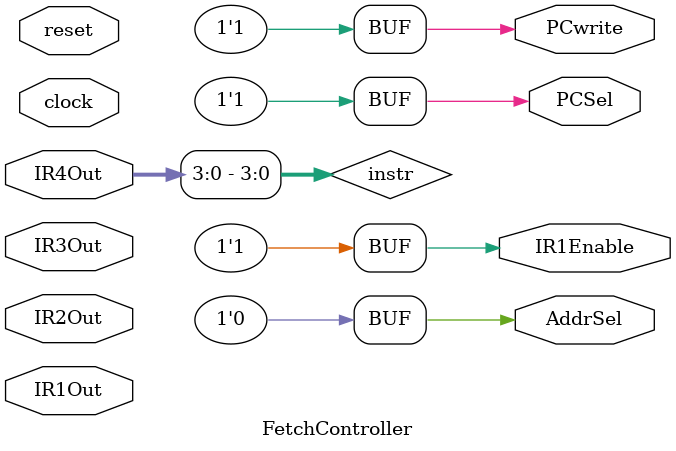
<source format=v>
module FetchController
(
	reset, clock, IR1Out, IR2Out, IR3Out, IR4Out,
	PCSel, PCwrite, IR1Enable, AddrSel
);

	input reset;
	input clock;
	input [7:0] IR1Out, IR2Out, IR3Out, IR4Out;
	output PCSel, PCwrite, IR1Enable, AddrSel;
	reg [3:0] state;
	reg [3:0] instr;

/*****************************************************************************
 *                         Parameter Declarations                            *
 *****************************************************************************/

	parameter [3:0] reset_s = 0, c1 = 1, c2 = 2, c3_asn = 3,
					c4_asnsh = 4, c3_shift = 5, c3_ori = 6,
					c4_ori = 7, c5_ori = 8, c3_load = 9, c4_load = 10,
					c3_store = 11, c3_bpz = 12, c3_bz = 13, c3_bnz = 14,
					stop = 15;

/*****************************************************************************
 *                         Combination Logic                                 *
 *****************************************************************************/
 
	assign AddrSel = 0;
	assign PCSel = 1; /* To Change For Branches */
	assign PCwrite = 1;
	assign IR1Enable = 1;
 
	always@(*)
	begin
		instr = IR4Out[3:0];
	end
 
	always@(*)
	begin	
		if(instr == 4'b0100 | instr == 4'b0110 | instr == 4'b1000) state = c3_asn;
		else if( instr[2:0] == 3'b011 ) state = c3_shift;
		else if( instr[2:0] == 3'b111 ) state = c3_ori;
		else if( instr == 4'b0000 ) state = c3_load;
		else if( instr == 4'b0010 ) state = c3_store;
		else if( instr == 4'b1101 ) state = c3_bpz;
		else if( instr == 4'b0101 ) state = c3_bz;
		else if( instr == 4'b1001 ) state = c3_bnz;
		else if( instr == 4'b1010 ) state = c1; // nop
		else if( instr == 4'b0001 ) state = stop;
		else state = 0;
	end

endmodule
</source>
